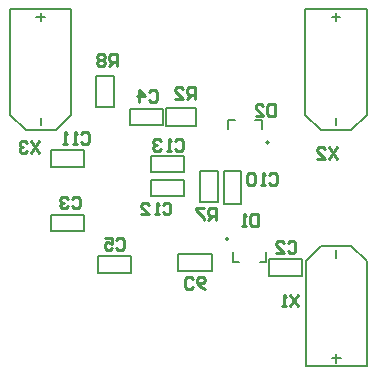
<source format=gbo>
G04*
G04 #@! TF.GenerationSoftware,Altium Limited,Altium Designer,20.0.12 (288)*
G04*
G04 Layer_Color=16776960*
%FSLAX44Y44*%
%MOMM*%
G71*
G01*
G75*
%ADD10C,0.2000*%
%ADD14C,0.2540*%
%ADD15C,0.1500*%
%ADD57C,0.1270*%
%ADD58C,0.1524*%
D10*
X86750Y218500D02*
Y244500D01*
X71750Y218500D02*
Y244500D01*
Y218500D02*
X86750D01*
X71750Y244500D02*
X86750D01*
X101500Y78000D02*
Y92000D01*
X73500Y78000D02*
Y92000D01*
X101500D01*
X73500Y78000D02*
X101500D01*
X33500Y168000D02*
Y182000D01*
X61500Y168000D02*
Y182000D01*
X33500Y168000D02*
X61500D01*
X33500Y182000D02*
X61500D01*
X131000Y202500D02*
X157000D01*
X131000Y217500D02*
X157000D01*
X131000Y202500D02*
Y217500D01*
X157000Y202500D02*
Y217500D01*
X160000Y138000D02*
Y164000D01*
X175000Y138000D02*
Y164000D01*
X160000D02*
X175000D01*
X160000Y138000D02*
X175000D01*
X218500Y75500D02*
X246500D01*
X218500Y89500D02*
X246500D01*
X218500Y75500D02*
Y89500D01*
X246500Y75500D02*
Y89500D01*
X141750Y93750D02*
X169750D01*
X141750Y79750D02*
X169750D01*
Y93750D01*
X141750Y79750D02*
Y93750D01*
X118500Y157000D02*
X146500D01*
X118500Y143000D02*
X146500D01*
Y157000D01*
X118500Y143000D02*
Y157000D01*
X33500Y127000D02*
X61500D01*
X33500Y113000D02*
X61500D01*
Y127000D01*
X33500Y113000D02*
Y127000D01*
X101000Y203000D02*
X129000D01*
X101000Y217000D02*
X129000D01*
X101000Y203000D02*
Y217000D01*
X129000Y203000D02*
Y217000D01*
X180500Y136000D02*
Y164000D01*
X194500Y136000D02*
Y164000D01*
X180500D02*
X194500D01*
X180500Y136000D02*
X194500D01*
X118500Y163000D02*
Y177000D01*
X146500Y163000D02*
Y177000D01*
X118500Y163000D02*
X146500D01*
X118500Y177000D02*
X146500D01*
D14*
X89852Y253174D02*
Y263171D01*
X84854D01*
X83188Y261505D01*
Y258172D01*
X84854Y256506D01*
X89852D01*
X86520D02*
X83188Y253174D01*
X79855Y261505D02*
X78189Y263171D01*
X74857D01*
X73191Y261505D01*
Y259839D01*
X74857Y258172D01*
X73191Y256506D01*
Y254840D01*
X74857Y253174D01*
X78189D01*
X79855Y254840D01*
Y256506D01*
X78189Y258172D01*
X79855Y259839D01*
Y261505D01*
X78189Y258172D02*
X74857D01*
X223637Y221140D02*
Y211143D01*
X218639D01*
X216972Y212809D01*
Y219474D01*
X218639Y221140D01*
X223637D01*
X206976Y211143D02*
X213640D01*
X206976Y217808D01*
Y219474D01*
X208642Y221140D01*
X211974D01*
X213640Y219474D01*
X209165Y127498D02*
Y117502D01*
X204166D01*
X202500Y119168D01*
Y125832D01*
X204166Y127498D01*
X209165D01*
X199168Y117502D02*
X195835D01*
X197502D01*
Y127498D01*
X199168Y125832D01*
X23831Y189748D02*
X17166Y179752D01*
Y189748D02*
X23831Y179752D01*
X13834Y188082D02*
X12168Y189748D01*
X8835D01*
X7169Y188082D01*
Y186416D01*
X8835Y184750D01*
X10502D01*
X8835D01*
X7169Y183084D01*
Y181418D01*
X8835Y179752D01*
X12168D01*
X13834Y181418D01*
X275831Y184248D02*
X269166Y174252D01*
Y184248D02*
X275831Y174252D01*
X259169D02*
X265834D01*
X259169Y180916D01*
Y182582D01*
X260835Y184248D01*
X264168D01*
X265834Y182582D01*
X242915Y59498D02*
X236250Y49502D01*
Y59498D02*
X242915Y49502D01*
X232918D02*
X229585D01*
X231252D01*
Y59498D01*
X232918Y57832D01*
X173331Y122502D02*
Y132498D01*
X168332D01*
X166666Y130832D01*
Y127500D01*
X168332Y125834D01*
X173331D01*
X169998D02*
X166666Y122502D01*
X163334Y132498D02*
X156669D01*
Y130832D01*
X163334Y124168D01*
Y122502D01*
X155831Y225002D02*
Y234998D01*
X150832D01*
X149166Y233332D01*
Y230000D01*
X150832Y228334D01*
X155831D01*
X152498D02*
X149166Y225002D01*
X139169D02*
X145834D01*
X139169Y231666D01*
Y233332D01*
X140836Y234998D01*
X144168D01*
X145834Y233332D01*
X138605Y189433D02*
X140271Y191099D01*
X143603D01*
X145269Y189433D01*
Y182768D01*
X143603Y181102D01*
X140271D01*
X138605Y182768D01*
X135273Y181102D02*
X131940D01*
X133606D01*
Y191099D01*
X135273Y189433D01*
X126942D02*
X125276Y191099D01*
X121944D01*
X120277Y189433D01*
Y187767D01*
X121944Y186101D01*
X123610D01*
X121944D01*
X120277Y184435D01*
Y182768D01*
X121944Y181102D01*
X125276D01*
X126942Y182768D01*
X128331Y135832D02*
X129998Y137498D01*
X133330D01*
X134996Y135832D01*
Y129168D01*
X133330Y127502D01*
X129998D01*
X128331Y129168D01*
X124999Y127502D02*
X121667D01*
X123333D01*
Y137498D01*
X124999Y135832D01*
X110004Y127502D02*
X116669D01*
X110004Y134166D01*
Y135832D01*
X111670Y137498D01*
X115002D01*
X116669Y135832D01*
X59165Y195832D02*
X60831Y197498D01*
X64164D01*
X65830Y195832D01*
Y189168D01*
X64164Y187502D01*
X60831D01*
X59165Y189168D01*
X55833Y187502D02*
X52501D01*
X54167D01*
Y197498D01*
X55833Y195832D01*
X47502Y187502D02*
X44170D01*
X45836D01*
Y197498D01*
X47502Y195832D01*
X218332Y160832D02*
X219998Y162498D01*
X223330D01*
X224996Y160832D01*
Y154168D01*
X223330Y152502D01*
X219998D01*
X218332Y154168D01*
X214999Y152502D02*
X211667D01*
X213333D01*
Y162498D01*
X214999Y160832D01*
X206668D02*
X205002Y162498D01*
X201670D01*
X200004Y160832D01*
Y154168D01*
X201670Y152502D01*
X205002D01*
X206668Y154168D01*
Y160832D01*
X154084Y65918D02*
X152418Y64252D01*
X149086D01*
X147419Y65918D01*
Y72582D01*
X149086Y74248D01*
X152418D01*
X154084Y72582D01*
X164081Y64252D02*
X160748Y65918D01*
X157416Y69250D01*
Y72582D01*
X159082Y74248D01*
X162414D01*
X164081Y72582D01*
Y70916D01*
X162414Y69250D01*
X157416D01*
X89166Y105832D02*
X90832Y107498D01*
X94164D01*
X95831Y105832D01*
Y99168D01*
X94164Y97502D01*
X90832D01*
X89166Y99168D01*
X79169Y107498D02*
X85834D01*
Y102500D01*
X82502Y104166D01*
X80836D01*
X79169Y102500D01*
Y99168D01*
X80836Y97502D01*
X84168D01*
X85834Y99168D01*
X116666Y230832D02*
X118332Y232498D01*
X121664D01*
X123331Y230832D01*
Y224168D01*
X121664Y222502D01*
X118332D01*
X116666Y224168D01*
X108336Y222502D02*
Y232498D01*
X113334Y227500D01*
X106669D01*
X51666Y140832D02*
X53332Y142498D01*
X56665D01*
X58331Y140832D01*
Y134168D01*
X56665Y132502D01*
X53332D01*
X51666Y134168D01*
X48334Y140832D02*
X46668Y142498D01*
X43335D01*
X41669Y140832D01*
Y139166D01*
X43335Y137500D01*
X45002D01*
X43335D01*
X41669Y135834D01*
Y134168D01*
X43335Y132502D01*
X46668D01*
X48334Y134168D01*
X234166Y103332D02*
X235832Y104998D01*
X239165D01*
X240831Y103332D01*
Y96668D01*
X239165Y95002D01*
X235832D01*
X234166Y96668D01*
X224169Y95002D02*
X230834D01*
X224169Y101666D01*
Y103332D01*
X225835Y104998D01*
X229168D01*
X230834Y103332D01*
D15*
X275000Y203010D02*
Y209360D01*
Y291000D02*
Y298000D01*
X271500Y294450D02*
X278500D01*
X249000Y211900D02*
Y301000D01*
Y211900D02*
X262300Y199000D01*
X287700D01*
X301000Y211900D01*
Y301000D01*
X249000D02*
X301000D01*
X275500Y90640D02*
Y96990D01*
Y2000D02*
Y9000D01*
X272000Y5550D02*
X279000D01*
X301500Y-1000D02*
Y88100D01*
X288200Y101000D02*
X301500Y88100D01*
X262800Y101000D02*
X288200D01*
X249500Y88100D02*
X262800Y101000D01*
X249500Y-1000D02*
Y88100D01*
Y-1000D02*
X301500D01*
X25000Y203010D02*
Y209360D01*
Y291000D02*
Y298000D01*
X21500Y294450D02*
X28500D01*
X-1000Y211900D02*
Y301000D01*
Y211900D02*
X12300Y199000D01*
X37700D01*
X51000Y211900D01*
Y301000D01*
X-1000D02*
X51000D01*
D57*
X184220Y106700D02*
G03*
X184220Y106700I-1270J0D01*
G01*
X218320Y188300D02*
G03*
X218320Y188300I-1270J0D01*
G01*
D58*
X210636Y87396D02*
X216224D01*
Y95524D01*
X187776Y87396D02*
X193364D01*
X187776D02*
Y95524D01*
X183776Y207604D02*
X189364D01*
X183776Y199476D02*
Y207604D01*
X206636D02*
X212224D01*
Y199476D02*
Y207604D01*
M02*

</source>
